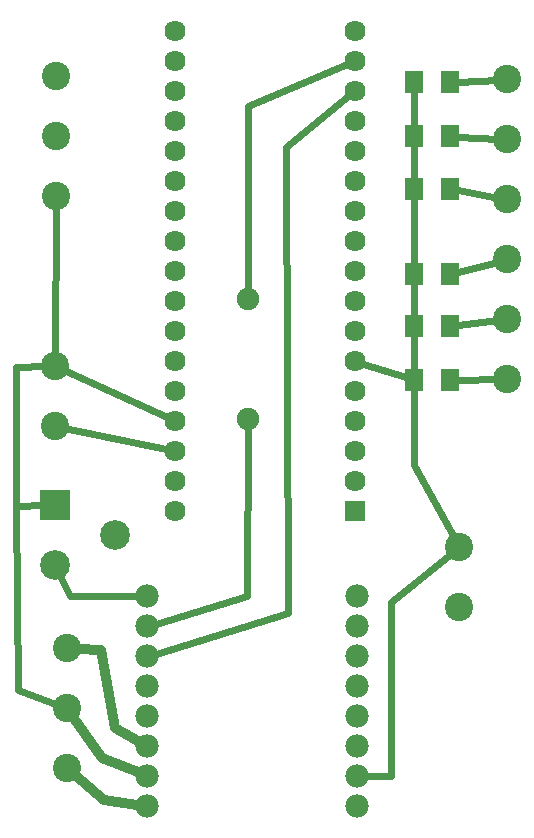
<source format=gtl>
G04 MADE WITH FRITZING*
G04 WWW.FRITZING.ORG*
G04 DOUBLE SIDED*
G04 HOLES PLATED*
G04 CONTOUR ON CENTER OF CONTOUR VECTOR*
%ASAXBY*%
%FSLAX23Y23*%
%MOIN*%
%OFA0B0*%
%SFA1.0B1.0*%
%ADD10C,0.094488*%
%ADD11C,0.075000*%
%ADD12C,0.077701*%
%ADD13C,0.070555*%
%ADD14C,0.070583*%
%ADD15C,0.099000*%
%ADD16R,0.070570X0.070542*%
%ADD17R,0.099000X0.099000*%
%ADD18R,0.062992X0.074803*%
%ADD19C,0.032000*%
%ADD20C,0.024000*%
%LNCOPPER1*%
G90*
G70*
G54D10*
X289Y612D03*
X289Y412D03*
X289Y212D03*
X1596Y948D03*
X1596Y748D03*
G54D11*
X892Y1776D03*
X892Y1376D03*
G54D12*
X556Y784D03*
X556Y684D03*
X556Y584D03*
X556Y484D03*
X556Y384D03*
X556Y284D03*
X556Y184D03*
X556Y84D03*
X1255Y784D03*
X1255Y684D03*
X1255Y584D03*
X1255Y484D03*
X1255Y384D03*
X1255Y284D03*
X1255Y184D03*
X1255Y84D03*
G54D13*
X1249Y1070D03*
X1249Y1170D03*
X1249Y1270D03*
X1249Y1370D03*
X1249Y1470D03*
X1249Y1570D03*
X1249Y1670D03*
X1249Y1770D03*
X1249Y1870D03*
G54D14*
X1249Y1970D03*
X1249Y2070D03*
X1249Y2170D03*
G54D13*
X1249Y2270D03*
X1249Y2370D03*
G54D14*
X1249Y2470D03*
X1249Y2570D03*
X1249Y2670D03*
G54D13*
X649Y1070D03*
X649Y1170D03*
X649Y1270D03*
X649Y1370D03*
X649Y1470D03*
X649Y1570D03*
X649Y1870D03*
G54D14*
X649Y1970D03*
G54D13*
X649Y1770D03*
X649Y1670D03*
G54D14*
X649Y2070D03*
X649Y2170D03*
G54D13*
X649Y2270D03*
X649Y2370D03*
G54D14*
X649Y2470D03*
X649Y2570D03*
X649Y2670D03*
G54D15*
X248Y888D03*
X248Y1088D03*
X448Y988D03*
G54D10*
X251Y2517D03*
X251Y2317D03*
X251Y2117D03*
X250Y1553D03*
X250Y1353D03*
X1756Y2508D03*
X1756Y2308D03*
X1756Y2108D03*
X1756Y1908D03*
X1756Y1708D03*
X1756Y1508D03*
G54D16*
X1249Y1070D03*
G54D17*
X248Y1088D03*
G54D18*
X1445Y1859D03*
X1567Y1859D03*
X1445Y2497D03*
X1567Y2497D03*
X1445Y1686D03*
X1567Y1686D03*
X1445Y2317D03*
X1567Y2317D03*
X1445Y1505D03*
X1567Y1505D03*
X1445Y2142D03*
X1567Y2142D03*
G54D19*
X412Y106D02*
X317Y189D01*
D02*
X448Y344D02*
X402Y604D01*
D02*
X402Y604D02*
X325Y610D01*
D02*
X526Y301D02*
X448Y344D01*
D02*
X524Y198D02*
X407Y246D01*
D02*
X407Y246D02*
X310Y383D01*
D02*
X522Y90D02*
X412Y106D01*
G54D20*
D02*
X891Y2417D02*
X892Y1805D01*
D02*
X1222Y2558D02*
X891Y2417D01*
D02*
X888Y785D02*
X584Y692D01*
D02*
X1024Y730D02*
X584Y593D01*
D02*
X300Y785D02*
X527Y784D01*
D02*
X262Y859D02*
X300Y785D01*
D02*
X1018Y2283D02*
X1024Y730D01*
D02*
X1226Y2451D02*
X1018Y2283D01*
D02*
X891Y1348D02*
X888Y785D01*
D02*
X1419Y1514D02*
X1277Y1560D01*
D02*
X1369Y766D02*
X1369Y184D01*
D02*
X1369Y184D02*
X1284Y184D01*
D02*
X1572Y929D02*
X1369Y766D01*
D02*
X1445Y1654D02*
X1445Y1537D01*
D02*
X1445Y1828D02*
X1445Y1718D01*
D02*
X622Y1382D02*
X278Y1540D01*
D02*
X620Y1276D02*
X280Y1346D01*
D02*
X120Y1085D02*
X120Y1550D01*
D02*
X120Y1550D02*
X219Y1552D01*
D02*
X217Y1087D02*
X120Y1085D01*
D02*
X125Y471D02*
X260Y423D01*
D02*
X120Y1085D02*
X125Y471D01*
D02*
X251Y2086D02*
X250Y1584D01*
D02*
X1725Y1507D02*
X1593Y1505D01*
D02*
X1726Y1704D02*
X1593Y1689D01*
D02*
X1726Y1900D02*
X1593Y1866D01*
D02*
X1445Y1221D02*
X1445Y1473D01*
D02*
X1581Y975D02*
X1445Y1221D01*
D02*
X1726Y2113D02*
X1593Y2137D01*
D02*
X1725Y2309D02*
X1593Y2316D01*
D02*
X1725Y2506D02*
X1593Y2499D01*
D02*
X1445Y2110D02*
X1445Y1891D01*
D02*
X1445Y2349D02*
X1445Y2466D01*
D02*
X1445Y2174D02*
X1445Y2285D01*
G04 End of Copper1*
M02*
</source>
